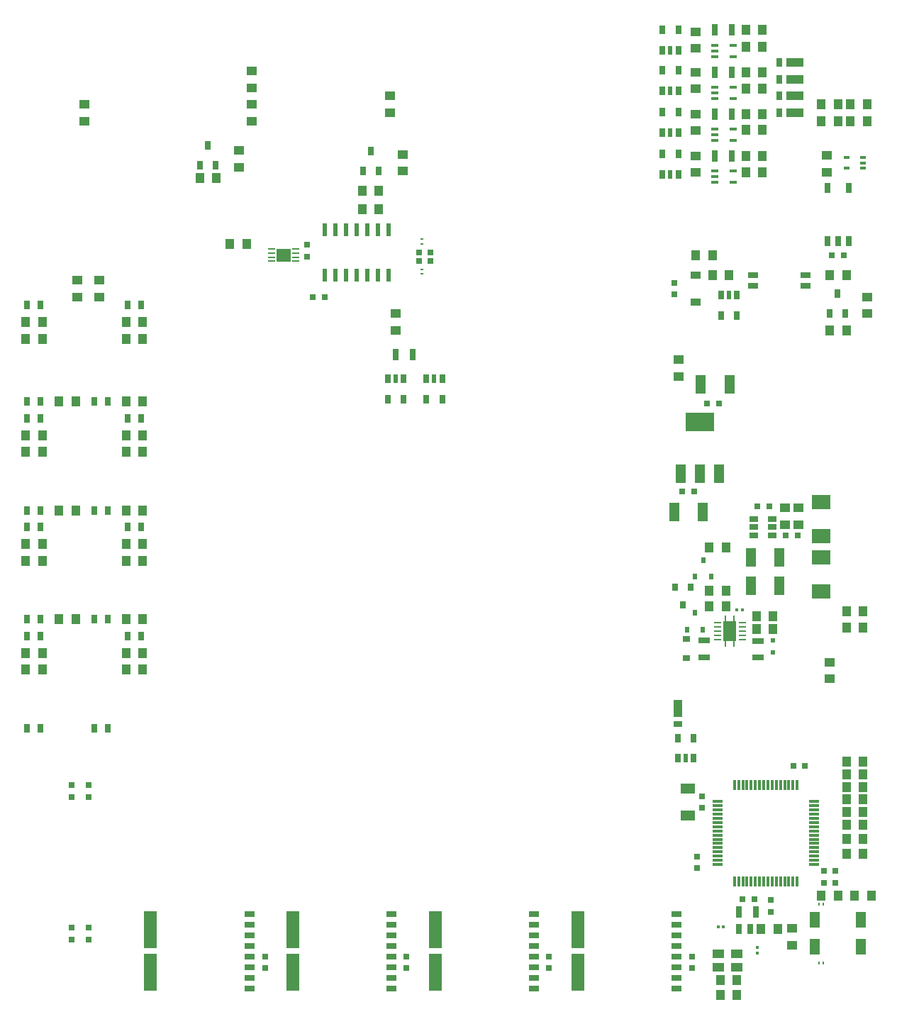
<source format=gbr>
%TF.GenerationSoftware,KiCad,Pcbnew,7.0.1*%
%TF.CreationDate,2023-04-09T21:26:53+09:00*%
%TF.ProjectId,(Eagle)PowerUnit-Bseries(ver2.0),28456167-6c65-4295-906f-776572556e69,rev?*%
%TF.SameCoordinates,Original*%
%TF.FileFunction,Paste,Bot*%
%TF.FilePolarity,Positive*%
%FSLAX46Y46*%
G04 Gerber Fmt 4.6, Leading zero omitted, Abs format (unit mm)*
G04 Created by KiCad (PCBNEW 7.0.1) date 2023-04-09 21:26:53*
%MOMM*%
%LPD*%
G01*
G04 APERTURE LIST*
G04 Aperture macros list*
%AMRoundRect*
0 Rectangle with rounded corners*
0 $1 Rounding radius*
0 $2 $3 $4 $5 $6 $7 $8 $9 X,Y pos of 4 corners*
0 Add a 4 corners polygon primitive as box body*
4,1,4,$2,$3,$4,$5,$6,$7,$8,$9,$2,$3,0*
0 Add four circle primitives for the rounded corners*
1,1,$1+$1,$2,$3*
1,1,$1+$1,$4,$5*
1,1,$1+$1,$6,$7*
1,1,$1+$1,$8,$9*
0 Add four rect primitives between the rounded corners*
20,1,$1+$1,$2,$3,$4,$5,0*
20,1,$1+$1,$4,$5,$6,$7,0*
20,1,$1+$1,$6,$7,$8,$9,0*
20,1,$1+$1,$8,$9,$2,$3,0*%
G04 Aperture macros list end*
%ADD10R,0.700000X0.800000*%
%ADD11R,1.200000X1.000000*%
%ADD12R,0.350000X0.400000*%
%ADD13R,1.000000X1.200000*%
%ADD14R,1.300000X1.900000*%
%ADD15R,0.800000X1.000000*%
%ADD16R,0.600000X1.000000*%
%ADD17R,0.800000X0.700000*%
%ADD18R,1.000000X0.700000*%
%ADD19R,0.650000X1.200000*%
%ADD20R,0.950000X0.450000*%
%ADD21R,1.220000X0.910000*%
%ADD22R,0.600000X1.550000*%
%ADD23R,0.800000X1.400000*%
%ADD24R,0.300000X1.200000*%
%ADD25R,1.200000X0.300000*%
%ADD26R,1.590000X4.440000*%
%ADD27R,1.270000X0.635000*%
%ADD28R,1.200000X2.200000*%
%ADD29R,3.500000X2.200000*%
%ADD30R,2.160000X1.780000*%
%ADD31R,0.750000X0.700000*%
%ADD32R,0.250000X0.300000*%
%ADD33R,0.800000X1.100000*%
%ADD34R,2.000000X1.100000*%
%ADD35R,0.800000X0.400000*%
%ADD36R,1.100000X0.800000*%
%ADD37R,1.100000X2.000000*%
%ADD38R,0.500000X0.530000*%
%ADD39R,0.800000X1.200000*%
%ADD40R,1.400000X0.800000*%
%ADD41RoundRect,0.125000X-0.300000X0.000000X-0.300000X0.000000X0.300000X0.000000X0.300000X0.000000X0*%
%ADD42R,1.800000X1.650000*%
%ADD43R,0.300000X0.250000*%
%ADD44R,0.900000X0.800000*%
%ADD45R,1.200000X2.300000*%
%ADD46R,0.400000X0.350000*%
%ADD47R,1.700000X1.200000*%
%ADD48R,0.600000X0.700000*%
%ADD49R,1.200000X0.800000*%
%ADD50R,0.850000X0.280000*%
%ADD51R,1.650000X2.400000*%
%ADD52R,0.280000X0.700000*%
%ADD53R,1.400000X1.100000*%
%ADD54R,0.800000X0.900000*%
G04 APERTURE END LIST*
D10*
%TO.C,C11*%
X179401100Y-83273600D03*
X180801100Y-83273600D03*
%TD*%
D11*
%TO.C,R78*%
X193701100Y-53603600D03*
X193701100Y-55603600D03*
%TD*%
D12*
%TO.C,C68*%
X183576100Y-107853600D03*
X182926100Y-107853600D03*
%TD*%
D13*
%TO.C,R70*%
X110001100Y-109003600D03*
X112001100Y-109003600D03*
%TD*%
%TO.C,R43*%
X195001100Y-49503600D03*
X193001100Y-49503600D03*
%TD*%
%TO.C,R11*%
X196001100Y-137003600D03*
X198001100Y-137003600D03*
%TD*%
%TO.C,R72*%
X184001100Y-55653600D03*
X186001100Y-55653600D03*
%TD*%
%TO.C,R115*%
X194001100Y-74503600D03*
X196001100Y-74503600D03*
%TD*%
D11*
%TO.C,R18*%
X190311100Y-97713600D03*
X190311100Y-95713600D03*
%TD*%
D13*
%TO.C,R107*%
X110001100Y-115003600D03*
X112001100Y-115003600D03*
%TD*%
D14*
%TO.C,X3*%
X192221100Y-144903600D03*
X197721100Y-144903600D03*
X197721100Y-148103600D03*
X192221100Y-148103600D03*
%TD*%
D15*
%TO.C,U23*%
X174051100Y-45853600D03*
D16*
X175001100Y-45853600D03*
D15*
X175951100Y-45853600D03*
X174051100Y-43453600D03*
X175951100Y-43453600D03*
%TD*%
D13*
%TO.C,R17*%
X180951100Y-153803600D03*
X182951100Y-153803600D03*
%TD*%
%TO.C,R12*%
X181651100Y-105553600D03*
X179651100Y-105553600D03*
%TD*%
D15*
%TO.C,C48*%
X99801100Y-85003600D03*
X98201100Y-85003600D03*
%TD*%
D11*
%TO.C,R59*%
X106801100Y-70503600D03*
X106801100Y-68503600D03*
%TD*%
D13*
%TO.C,R104*%
X98001100Y-113003600D03*
X100001100Y-113003600D03*
%TD*%
%TO.C,R63*%
X102001100Y-96003600D03*
X104001100Y-96003600D03*
%TD*%
D15*
%TO.C,C39*%
X99801100Y-96003600D03*
X98201100Y-96003600D03*
%TD*%
%TO.C,U13*%
X174051100Y-50853600D03*
D16*
X175001100Y-50853600D03*
D15*
X175951100Y-50853600D03*
X174051100Y-48453600D03*
X175951100Y-48453600D03*
%TD*%
%TO.C,C40*%
X107801100Y-96003600D03*
X106201100Y-96003600D03*
%TD*%
D11*
%TO.C,R19*%
X188681100Y-95713600D03*
X188681100Y-97713600D03*
%TD*%
D15*
%TO.C,C54*%
X99801100Y-111003600D03*
X98201100Y-111003600D03*
%TD*%
D13*
%TO.C,R14*%
X138191100Y-60063600D03*
X140191100Y-60063600D03*
%TD*%
D17*
%TO.C,C18*%
X178790000Y-131500000D03*
X178790000Y-130100000D03*
%TD*%
D18*
%TO.C,U5*%
X184991600Y-97053600D03*
X187190600Y-98003600D03*
X187190600Y-97053600D03*
X184991600Y-98953600D03*
X184991600Y-98003600D03*
X187190600Y-98953600D03*
%TD*%
D19*
%TO.C,FB1*%
X184525100Y-145985600D03*
X183175100Y-145985600D03*
%TD*%
D13*
%TO.C,R38*%
X138201100Y-57803600D03*
X140201100Y-57803600D03*
%TD*%
D15*
%TO.C,C59*%
X107801100Y-109003600D03*
X106201100Y-109003600D03*
%TD*%
D13*
%TO.C,R76*%
X181651100Y-107453600D03*
X179651100Y-107453600D03*
%TD*%
D11*
%TO.C,R68*%
X178001100Y-50653600D03*
X178001100Y-48653600D03*
%TD*%
D13*
%TO.C,R7*%
X122401100Y-64203600D03*
X124401100Y-64203600D03*
%TD*%
D11*
%TO.C,R23*%
X178001100Y-40853600D03*
X178001100Y-38853600D03*
%TD*%
D20*
%TO.C,U7*%
X180301100Y-40503600D03*
X182501100Y-40503600D03*
X180301100Y-41803600D03*
X182501100Y-41803600D03*
X180301100Y-41153600D03*
%TD*%
%TO.C,U12*%
X180301100Y-50503600D03*
X182501100Y-50503600D03*
X180301100Y-51803600D03*
X182501100Y-51803600D03*
X180301100Y-51153600D03*
%TD*%
D21*
%TO.C,ZD1*%
X178001100Y-71138600D03*
X178001100Y-67868600D03*
%TD*%
D11*
%TO.C,R28*%
X189536100Y-147910600D03*
X189536100Y-145910600D03*
%TD*%
D13*
%TO.C,R20*%
X181651100Y-100403600D03*
X179651100Y-100403600D03*
%TD*%
%TO.C,R4*%
X196001100Y-67903600D03*
X194001100Y-67903600D03*
%TD*%
D15*
%TO.C,U25*%
X174051100Y-55853600D03*
D16*
X175001100Y-55853600D03*
D15*
X175951100Y-55853600D03*
X174051100Y-53453600D03*
X175951100Y-53453600D03*
%TD*%
D22*
%TO.C,U2*%
X136231100Y-62503600D03*
X137501100Y-62503600D03*
X140041100Y-67903600D03*
X141311100Y-67903600D03*
X134961100Y-67903600D03*
X140041100Y-62503600D03*
X138771100Y-62503600D03*
X134961100Y-62503600D03*
X138771100Y-67903600D03*
X137501100Y-67903600D03*
X136231100Y-67903600D03*
X133691100Y-62503600D03*
X133691100Y-67903600D03*
X141311100Y-62503600D03*
%TD*%
D13*
%TO.C,R29*%
X198001100Y-129003600D03*
X196001100Y-129003600D03*
%TD*%
D11*
%TO.C,R58*%
X104201100Y-70503600D03*
X104201100Y-68503600D03*
%TD*%
D15*
%TO.C,C45*%
X110201100Y-71503600D03*
X111801100Y-71503600D03*
%TD*%
D13*
%TO.C,R42*%
X195001100Y-47503600D03*
X193001100Y-47503600D03*
%TD*%
D23*
%TO.C,C23*%
X183211100Y-143943600D03*
X185211100Y-143943600D03*
%TD*%
D24*
%TO.C,U1*%
X190141100Y-140263600D03*
X189641100Y-140263600D03*
X189141100Y-140263600D03*
X188641100Y-140263600D03*
X188141100Y-140263600D03*
X187641100Y-140263600D03*
X187141100Y-140263600D03*
X186641100Y-140263600D03*
X186141100Y-140263600D03*
X185641100Y-140263600D03*
X185141100Y-140263600D03*
X184641100Y-140263600D03*
X184141100Y-140263600D03*
X183641100Y-140263600D03*
X183141100Y-140263600D03*
X182641100Y-140263600D03*
D25*
X180641100Y-138263600D03*
X180641100Y-137763600D03*
X180641100Y-137263600D03*
X180641100Y-136763600D03*
X180641100Y-136263600D03*
X180641100Y-135763600D03*
X180641100Y-135263600D03*
X180641100Y-134763600D03*
X180641100Y-134263600D03*
X180641100Y-133763600D03*
X180641100Y-133263600D03*
X180641100Y-132763600D03*
X180641100Y-132263600D03*
X180641100Y-131763600D03*
X180641100Y-131263600D03*
X180641100Y-130763600D03*
D24*
X182641100Y-128763600D03*
X183141100Y-128763600D03*
X183641100Y-128763600D03*
X184141100Y-128763600D03*
X184641100Y-128763600D03*
X185141100Y-128763600D03*
X185641100Y-128763600D03*
X186141100Y-128763600D03*
X186641100Y-128763600D03*
X187141100Y-128763600D03*
X187641100Y-128763600D03*
X188141100Y-128763600D03*
X188641100Y-128763600D03*
X189141100Y-128763600D03*
X189641100Y-128763600D03*
X190141100Y-128763600D03*
D25*
X192141100Y-130763600D03*
X192141100Y-131263600D03*
X192141100Y-131763600D03*
X192141100Y-132263600D03*
X192141100Y-132763600D03*
X192141100Y-133263600D03*
X192141100Y-133763600D03*
X192141100Y-134263600D03*
X192141100Y-134763600D03*
X192141100Y-135263600D03*
X192141100Y-135763600D03*
X192141100Y-136263600D03*
X192141100Y-136763600D03*
X192141100Y-137263600D03*
X192141100Y-137763600D03*
X192141100Y-138263600D03*
%TD*%
D15*
%TO.C,TR2*%
X140201100Y-55503600D03*
X139251100Y-53103600D03*
X138301100Y-55503600D03*
%TD*%
D13*
%TO.C,R99*%
X98001100Y-100003600D03*
X100001100Y-100003600D03*
%TD*%
D17*
%TO.C,C33*%
X105501100Y-128803600D03*
X105501100Y-130203600D03*
%TD*%
D26*
%TO.C,U8*%
X146936100Y-146063600D03*
X146936100Y-151163600D03*
D27*
X158726100Y-145438600D03*
X158726100Y-146708600D03*
X158726100Y-150518600D03*
X158726100Y-151788600D03*
X158726100Y-149248600D03*
X158726100Y-147978600D03*
X158726100Y-144168600D03*
X158726100Y-153058600D03*
%TD*%
D10*
%TO.C,C8*%
X188801100Y-99003600D03*
X190201100Y-99003600D03*
%TD*%
D28*
%TO.C,U$4*%
X180801100Y-91603600D03*
X176201100Y-91603600D03*
X178501100Y-91603600D03*
D29*
X178501100Y-85403600D03*
%TD*%
D15*
%TO.C,TR1*%
X120701100Y-54823600D03*
X119751100Y-52423600D03*
X118801100Y-54823600D03*
%TD*%
D13*
%TO.C,R30*%
X198001100Y-130503600D03*
X196001100Y-130503600D03*
%TD*%
%TO.C,R33*%
X110001100Y-83003600D03*
X112001100Y-83003600D03*
%TD*%
%TO.C,R31*%
X198001100Y-132003600D03*
X196001100Y-132003600D03*
%TD*%
D26*
%TO.C,U9*%
X163936100Y-146063600D03*
X163936100Y-151163600D03*
D27*
X175726100Y-145438600D03*
X175726100Y-146708600D03*
X175726100Y-150518600D03*
X175726100Y-151788600D03*
X175726100Y-149248600D03*
X175726100Y-147978600D03*
X175726100Y-144168600D03*
X175726100Y-153058600D03*
%TD*%
D13*
%TO.C,R27*%
X185831100Y-145985600D03*
X187831100Y-145985600D03*
%TD*%
D30*
%TO.C,D1*%
X193001100Y-95028600D03*
X193001100Y-99078600D03*
%TD*%
D31*
%TO.C,X1*%
X146376100Y-66203600D03*
X145026100Y-65203600D03*
X146376100Y-65203600D03*
X145026100Y-66203600D03*
%TD*%
D26*
%TO.C,U6*%
X129936100Y-146063600D03*
X129936100Y-151163600D03*
D27*
X141726100Y-145438600D03*
X141726100Y-146708600D03*
X141726100Y-150518600D03*
X141726100Y-151788600D03*
X141726100Y-149248600D03*
X141726100Y-147978600D03*
X141726100Y-144168600D03*
X141726100Y-153058600D03*
%TD*%
D13*
%TO.C,R56*%
X110001100Y-75503600D03*
X112001100Y-75503600D03*
%TD*%
%TO.C,R48*%
X195001100Y-142003600D03*
X193001100Y-142003600D03*
%TD*%
D10*
%TO.C,C65*%
X194301100Y-65503600D03*
X195701100Y-65503600D03*
%TD*%
D15*
%TO.C,U17*%
X143151100Y-80303600D03*
D16*
X142201100Y-80303600D03*
D15*
X141251100Y-80303600D03*
X143151100Y-82703600D03*
X141251100Y-82703600D03*
%TD*%
D13*
%TO.C,R55*%
X110001100Y-73503600D03*
X112001100Y-73503600D03*
%TD*%
D32*
%TO.C,C30*%
X193276100Y-143003600D03*
X192726100Y-143003600D03*
%TD*%
D15*
%TO.C,C51*%
X99801100Y-98003600D03*
X98201100Y-98003600D03*
%TD*%
D11*
%TO.C,R13*%
X105001100Y-49503600D03*
X105001100Y-47503600D03*
%TD*%
D13*
%TO.C,R67*%
X98001100Y-87003600D03*
X100001100Y-87003600D03*
%TD*%
D15*
%TO.C,C52*%
X110201100Y-98003600D03*
X111801100Y-98003600D03*
%TD*%
D13*
%TO.C,R52*%
X198001100Y-110003600D03*
X196001100Y-110003600D03*
%TD*%
D33*
%TO.C,SB4*%
X188001100Y-48503600D03*
D34*
X189901100Y-48503600D03*
%TD*%
D35*
%TO.C,U26*%
X197951100Y-55153600D03*
X197951100Y-54503600D03*
X197951100Y-53853600D03*
X196051100Y-55153600D03*
X196051100Y-53853600D03*
%TD*%
D13*
%TO.C,R25*%
X198001100Y-126003600D03*
X196001100Y-126003600D03*
%TD*%
D10*
%TO.C,C6*%
X185401100Y-95503600D03*
X186801100Y-95503600D03*
%TD*%
D13*
%TO.C,R22*%
X184001100Y-38653600D03*
X186001100Y-38653600D03*
%TD*%
%TO.C,R41*%
X198001100Y-133503600D03*
X196001100Y-133503600D03*
%TD*%
%TO.C,R123*%
X178001100Y-65503600D03*
X180001100Y-65503600D03*
%TD*%
%TO.C,R16*%
X180951100Y-152103600D03*
X182951100Y-152103600D03*
%TD*%
D36*
%TO.C,SB7*%
X175901100Y-121503600D03*
D37*
X175901100Y-119603600D03*
%TD*%
D15*
%TO.C,U18*%
X147751100Y-80303600D03*
D16*
X146801100Y-80303600D03*
D15*
X145851100Y-80303600D03*
X147751100Y-82703600D03*
X145851100Y-82703600D03*
%TD*%
D11*
%TO.C,R40*%
X143001100Y-55503600D03*
X143001100Y-53503600D03*
%TD*%
D15*
%TO.C,U22*%
X175851100Y-125603600D03*
D16*
X176801100Y-125603600D03*
D15*
X177751100Y-125603600D03*
X175851100Y-123203600D03*
X177751100Y-123203600D03*
%TD*%
D13*
%TO.C,R66*%
X184001100Y-50553600D03*
X186001100Y-50553600D03*
%TD*%
D17*
%TO.C,C19*%
X178201100Y-137313600D03*
X178201100Y-138713600D03*
%TD*%
D15*
%TO.C,TR3*%
X195901100Y-72503600D03*
X194951100Y-70103600D03*
X194001100Y-72503600D03*
%TD*%
D10*
%TO.C,C13*%
X132301100Y-70493600D03*
X133701100Y-70493600D03*
%TD*%
%TO.C,C20*%
X191051100Y-126503600D03*
X189651100Y-126503600D03*
%TD*%
D13*
%TO.C,R50*%
X198001100Y-135203600D03*
X196001100Y-135203600D03*
%TD*%
D38*
%TO.C,D3*%
X187201100Y-112938600D03*
X187201100Y-111468600D03*
%TD*%
D11*
%TO.C,R34*%
X125001100Y-43560000D03*
X125001100Y-45560000D03*
%TD*%
%TO.C,R73*%
X178001100Y-55653600D03*
X178001100Y-53653600D03*
%TD*%
D13*
%TO.C,R65*%
X186001100Y-48653600D03*
X184001100Y-48653600D03*
%TD*%
D11*
%TO.C,R15*%
X176001100Y-78003600D03*
X176001100Y-80003600D03*
%TD*%
D13*
%TO.C,R71*%
X186001100Y-53653600D03*
X184001100Y-53653600D03*
%TD*%
D39*
%TO.C,TLP1*%
X193731100Y-57503600D03*
X196271100Y-57503600D03*
X196271100Y-63803600D03*
X193731100Y-63803600D03*
X195001100Y-63803600D03*
%TD*%
D13*
%TO.C,R24*%
X102001100Y-83003600D03*
X104001100Y-83003600D03*
%TD*%
D15*
%TO.C,U21*%
X182951100Y-70303600D03*
D16*
X182001100Y-70303600D03*
D15*
X181051100Y-70303600D03*
X182951100Y-72703600D03*
X181051100Y-72703600D03*
%TD*%
D13*
%TO.C,R21*%
X186001100Y-40653600D03*
X184001100Y-40653600D03*
%TD*%
D17*
%TO.C,C14*%
X131651100Y-65673600D03*
X131651100Y-64273600D03*
%TD*%
D40*
%TO.C,C67*%
X185451100Y-111553600D03*
X185451100Y-113553600D03*
%TD*%
D13*
%TO.C,R121*%
X182001100Y-67903600D03*
X180001100Y-67903600D03*
%TD*%
%TO.C,R51*%
X196001100Y-108003600D03*
X198001100Y-108003600D03*
%TD*%
D17*
%TO.C,C37*%
X126582100Y-150643600D03*
X126582100Y-149243600D03*
%TD*%
D11*
%TO.C,R35*%
X125001100Y-47503600D03*
X125001100Y-49503600D03*
%TD*%
D40*
%TO.C,C69*%
X179001100Y-111503600D03*
X179001100Y-113503600D03*
%TD*%
D12*
%TO.C,C28*%
X181326100Y-145683600D03*
X180676100Y-145683600D03*
%TD*%
D11*
%TO.C,R77*%
X198501100Y-70503600D03*
X198501100Y-72503600D03*
%TD*%
D23*
%TO.C,C71*%
X142201100Y-77403600D03*
X144201100Y-77403600D03*
%TD*%
D41*
%TO.C,U$1*%
X127351100Y-65253600D03*
X127351100Y-65753600D03*
D42*
X128801100Y-65503600D03*
D41*
X130251100Y-66253600D03*
X127351100Y-64753600D03*
X130251100Y-64753600D03*
X130251100Y-65753600D03*
X127351100Y-66253600D03*
X130251100Y-65253600D03*
%TD*%
D13*
%TO.C,R1*%
X98001100Y-73503600D03*
X100001100Y-73503600D03*
%TD*%
D43*
%TO.C,C16*%
X145301100Y-64178600D03*
X145301100Y-63628600D03*
%TD*%
D13*
%TO.C,R96*%
X110001100Y-87003600D03*
X112001100Y-87003600D03*
%TD*%
D44*
%TO.C,SB6*%
X176901100Y-113653600D03*
X176901100Y-111353600D03*
%TD*%
D13*
%TO.C,R54*%
X98001100Y-75503600D03*
X100001100Y-75503600D03*
%TD*%
D10*
%TO.C,C22*%
X183638100Y-142426600D03*
X185038100Y-142426600D03*
%TD*%
D13*
%TO.C,R102*%
X110001100Y-102003600D03*
X112001100Y-102003600D03*
%TD*%
D45*
%TO.C,C12*%
X178631100Y-80963600D03*
X182031100Y-80963600D03*
%TD*%
D13*
%TO.C,R74*%
X185251100Y-110153600D03*
X187251100Y-110153600D03*
%TD*%
D10*
%TO.C,C36*%
X193301100Y-140503600D03*
X194701100Y-140503600D03*
%TD*%
D20*
%TO.C,U24*%
X180301100Y-55503600D03*
X182501100Y-55503600D03*
X180301100Y-56803600D03*
X182501100Y-56803600D03*
X180301100Y-56153600D03*
%TD*%
D43*
%TO.C,C17*%
X145301100Y-67228600D03*
X145301100Y-67778600D03*
%TD*%
D13*
%TO.C,R75*%
X187251100Y-108653600D03*
X185251100Y-108653600D03*
%TD*%
D15*
%TO.C,C44*%
X99801100Y-71503600D03*
X98201100Y-71503600D03*
%TD*%
D13*
%TO.C,R95*%
X98001100Y-89003600D03*
X100001100Y-89003600D03*
%TD*%
D33*
%TO.C,SB1*%
X188001100Y-42503600D03*
D34*
X189901100Y-42503600D03*
%TD*%
D11*
%TO.C,R39*%
X123501100Y-55003600D03*
X123501100Y-53003600D03*
%TD*%
D46*
%TO.C,C27*%
X185401100Y-148178600D03*
X185401100Y-148828600D03*
%TD*%
D45*
%TO.C,C9*%
X175431100Y-96163600D03*
X178831100Y-96163600D03*
%TD*%
D13*
%TO.C,R100*%
X98001100Y-102003600D03*
X100001100Y-102003600D03*
%TD*%
D20*
%TO.C,U11*%
X180301100Y-45503600D03*
X182501100Y-45503600D03*
X180301100Y-46803600D03*
X182501100Y-46803600D03*
X180301100Y-46153600D03*
%TD*%
D15*
%TO.C,C41*%
X99801100Y-83003600D03*
X98201100Y-83003600D03*
%TD*%
D11*
%TO.C,R36*%
X141501100Y-46503600D03*
X141501100Y-48503600D03*
%TD*%
D13*
%TO.C,R44*%
X196501100Y-47503600D03*
X198501100Y-47503600D03*
%TD*%
D17*
%TO.C,C57*%
X160505100Y-150647600D03*
X160505100Y-149247600D03*
%TD*%
%TO.C,C31*%
X103501100Y-145803600D03*
X103501100Y-147203600D03*
%TD*%
D13*
%TO.C,R69*%
X102001100Y-109003600D03*
X104001100Y-109003600D03*
%TD*%
D32*
%TO.C,C29*%
X193276100Y-150003600D03*
X192726100Y-150003600D03*
%TD*%
D10*
%TO.C,C10*%
X176441100Y-93743600D03*
X177841100Y-93743600D03*
%TD*%
D13*
%TO.C,R26*%
X198001100Y-127503600D03*
X196001100Y-127503600D03*
%TD*%
D15*
%TO.C,C55*%
X110201100Y-111003600D03*
X111801100Y-111003600D03*
%TD*%
D30*
%TO.C,D2*%
X193001100Y-105678600D03*
X193001100Y-101628600D03*
%TD*%
D13*
%TO.C,R60*%
X186001100Y-45653600D03*
X184001100Y-45653600D03*
%TD*%
D47*
%TO.C,C24*%
X177080000Y-132390000D03*
X177080000Y-129190000D03*
%TD*%
D26*
%TO.C,U4*%
X112936100Y-146063600D03*
X112936100Y-151163600D03*
D27*
X124726100Y-145438600D03*
X124726100Y-146708600D03*
X124726100Y-150518600D03*
X124726100Y-151788600D03*
X124726100Y-149248600D03*
X124726100Y-147978600D03*
X124726100Y-144168600D03*
X124726100Y-153058600D03*
%TD*%
D13*
%TO.C,R90*%
X196501100Y-49503600D03*
X198501100Y-49503600D03*
%TD*%
D48*
%TO.C,Q11*%
X179851100Y-103903600D03*
X178901100Y-101903600D03*
X177951100Y-103903600D03*
%TD*%
D33*
%TO.C,SB3*%
X188001100Y-46503600D03*
D34*
X189901100Y-46503600D03*
%TD*%
D13*
%TO.C,R49*%
X197001100Y-142003600D03*
X199001100Y-142003600D03*
%TD*%
D23*
%TO.C,C53*%
X180301100Y-48653600D03*
X182301100Y-48653600D03*
%TD*%
D11*
%TO.C,R120*%
X142201100Y-74503600D03*
X142201100Y-72503600D03*
%TD*%
D15*
%TO.C,C63*%
X107801100Y-122003600D03*
X106201100Y-122003600D03*
%TD*%
D23*
%TO.C,C50*%
X180301100Y-43653600D03*
X182301100Y-43653600D03*
%TD*%
D17*
%TO.C,C61*%
X177605100Y-150659600D03*
X177605100Y-149259600D03*
%TD*%
D10*
%TO.C,C21*%
X193301100Y-139003600D03*
X194701100Y-139003600D03*
%TD*%
D17*
%TO.C,C38*%
X143488100Y-150643600D03*
X143488100Y-149243600D03*
%TD*%
D33*
%TO.C,SB2*%
X188001100Y-44503600D03*
D34*
X189901100Y-44503600D03*
%TD*%
D15*
%TO.C,C49*%
X110201100Y-85003600D03*
X111801100Y-85003600D03*
%TD*%
D48*
%TO.C,Q12*%
X178851100Y-110203600D03*
X177901100Y-108203600D03*
X176951100Y-110203600D03*
%TD*%
D13*
%TO.C,R61*%
X184001100Y-43653600D03*
X186001100Y-43653600D03*
%TD*%
D17*
%TO.C,C34*%
X105501100Y-145803600D03*
X105501100Y-147203600D03*
%TD*%
D49*
%TO.C,U20*%
X191151100Y-67868600D03*
X191151100Y-69138600D03*
X184851100Y-67868600D03*
X184851100Y-69138600D03*
%TD*%
D13*
%TO.C,R105*%
X98001100Y-115003600D03*
X100001100Y-115003600D03*
%TD*%
D15*
%TO.C,U10*%
X174051100Y-41053600D03*
D16*
X175001100Y-41053600D03*
D15*
X175951100Y-41053600D03*
X174051100Y-38653600D03*
X175951100Y-38653600D03*
%TD*%
D50*
%TO.C,U15*%
X183576100Y-109403600D03*
X180626100Y-109903600D03*
X183576100Y-109903600D03*
D51*
X182101100Y-110403600D03*
D52*
X182601100Y-108853600D03*
X181601100Y-108853600D03*
X182601100Y-111953600D03*
X181601100Y-111953600D03*
D50*
X180626100Y-109403600D03*
X183576100Y-110403600D03*
X183576100Y-110903600D03*
X183576100Y-111403600D03*
X180626100Y-110403600D03*
X180626100Y-110903600D03*
X180626100Y-111403600D03*
%TD*%
D17*
%TO.C,C73*%
X175501100Y-68803600D03*
X175501100Y-70203600D03*
%TD*%
D13*
%TO.C,R37*%
X118801100Y-56286400D03*
X120801100Y-56286400D03*
%TD*%
D17*
%TO.C,C26*%
X187001100Y-142513600D03*
X187001100Y-143913600D03*
%TD*%
D15*
%TO.C,C58*%
X99801100Y-109003600D03*
X98201100Y-109003600D03*
%TD*%
%TO.C,C42*%
X107801100Y-83003600D03*
X106201100Y-83003600D03*
%TD*%
D13*
%TO.C,R64*%
X110001100Y-96003600D03*
X112001100Y-96003600D03*
%TD*%
D17*
%TO.C,C32*%
X103501100Y-128803600D03*
X103501100Y-130203600D03*
%TD*%
D53*
%TO.C,X2*%
X182951100Y-150503600D03*
X180751100Y-150503600D03*
X180751100Y-148903600D03*
X182951100Y-148903600D03*
%TD*%
D54*
%TO.C,Q2*%
X176501100Y-107253600D03*
X175551100Y-105153600D03*
X177451100Y-105153600D03*
%TD*%
D15*
%TO.C,C62*%
X99801100Y-122003600D03*
X98201100Y-122003600D03*
%TD*%
D13*
%TO.C,R106*%
X110001100Y-113003600D03*
X112001100Y-113003600D03*
%TD*%
D45*
%TO.C,C4*%
X188001100Y-101603600D03*
X184601100Y-101603600D03*
%TD*%
D13*
%TO.C,R101*%
X110001100Y-100003600D03*
X112001100Y-100003600D03*
%TD*%
D45*
%TO.C,C5*%
X188001100Y-105003600D03*
X184601100Y-105003600D03*
%TD*%
D23*
%TO.C,C56*%
X180301100Y-53653600D03*
X182301100Y-53653600D03*
%TD*%
D13*
%TO.C,R97*%
X112001100Y-89003600D03*
X110001100Y-89003600D03*
%TD*%
D11*
%TO.C,R53*%
X194001100Y-116103600D03*
X194001100Y-114103600D03*
%TD*%
%TO.C,R62*%
X178001100Y-45653600D03*
X178001100Y-43653600D03*
%TD*%
D23*
%TO.C,C47*%
X180301100Y-38653600D03*
X182301100Y-38653600D03*
%TD*%
M02*

</source>
